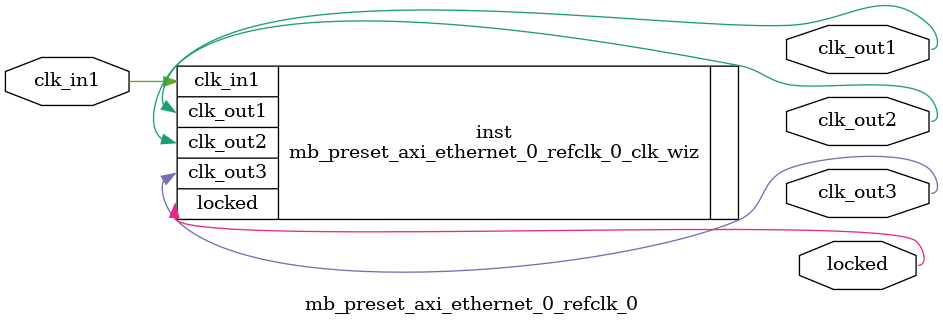
<source format=v>


`timescale 1ps/1ps

(* CORE_GENERATION_INFO = "mb_preset_axi_ethernet_0_refclk_0,clk_wiz_v6_0_11_0_0,{component_name=mb_preset_axi_ethernet_0_refclk_0,use_phase_alignment=true,use_min_o_jitter=false,use_max_i_jitter=false,use_dyn_phase_shift=false,use_inclk_switchover=false,use_dyn_reconfig=false,enable_axi=0,feedback_source=FDBK_AUTO,PRIMITIVE=MMCM,num_out_clk=3,clkin1_period=10.000,clkin2_period=10.000,use_power_down=false,use_reset=false,use_locked=true,use_inclk_stopped=false,feedback_type=SINGLE,CLOCK_MGR_TYPE=NA,manual_override=false}" *)

module mb_preset_axi_ethernet_0_refclk_0 
 (
  // Clock out ports
  output        clk_out1,
  output        clk_out2,
  output        clk_out3,
  // Status and control signals
  output        locked,
 // Clock in ports
  input         clk_in1
 );

  mb_preset_axi_ethernet_0_refclk_0_clk_wiz inst
  (
  // Clock out ports  
  .clk_out1(clk_out1),
  .clk_out2(clk_out2),
  .clk_out3(clk_out3),
  // Status and control signals               
  .locked(locked),
 // Clock in ports
  .clk_in1(clk_in1)
  );

endmodule

</source>
